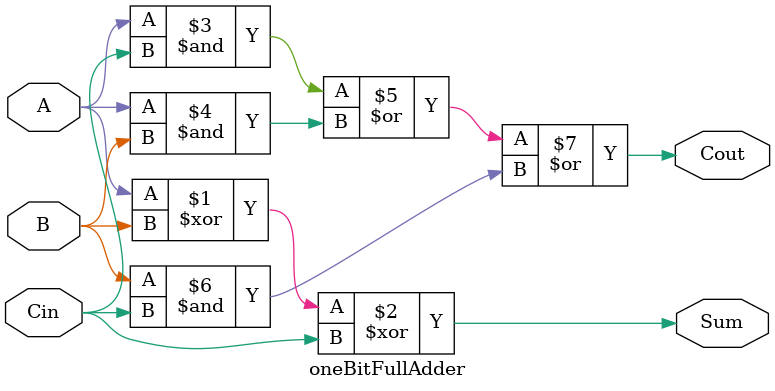
<source format=v>
`timescale 1ns / 1ps


module oneBitFullAdder(
    input A,
    input B,
    input Cin,
    output Sum,
    output Cout
    );
    
    
    assign Sum = A ^ B ^ Cin;
    assign Cout = A & Cin | A & B | B & Cin;
    
    
endmodule

</source>
